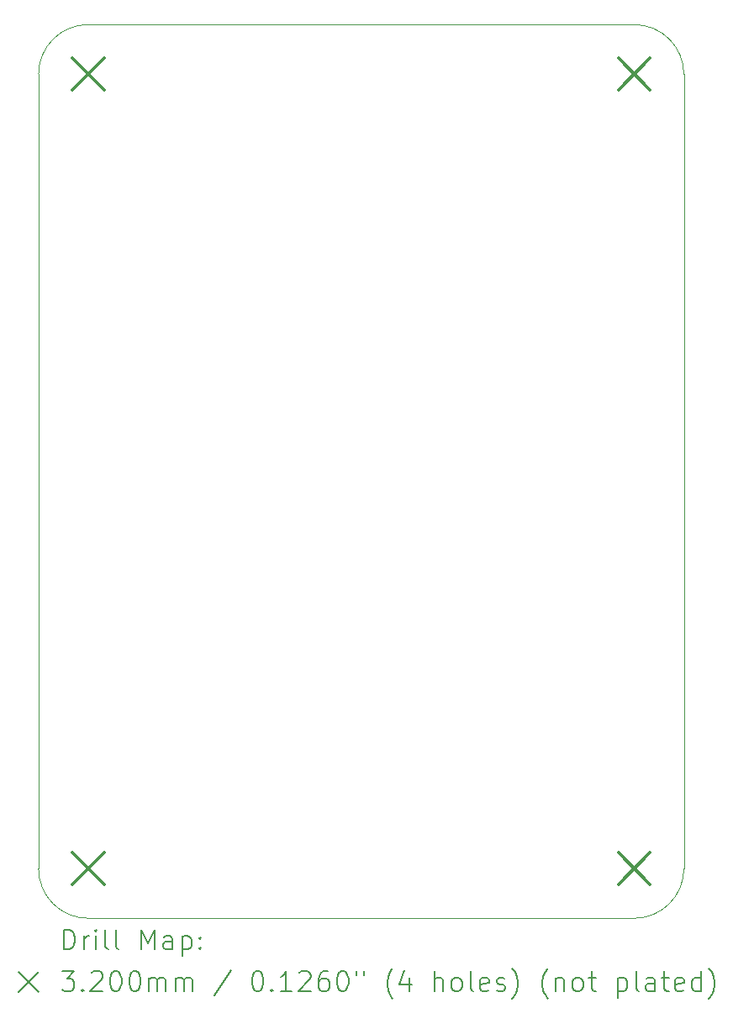
<source format=gbr>
%FSLAX45Y45*%
G04 Gerber Fmt 4.5, Leading zero omitted, Abs format (unit mm)*
G04 Created by KiCad (PCBNEW (6.0.0)) date 2022-03-06 17:11:17*
%MOMM*%
%LPD*%
G01*
G04 APERTURE LIST*
%TA.AperFunction,Profile*%
%ADD10C,0.050000*%
%TD*%
%ADD11C,0.200000*%
%ADD12C,0.320000*%
G04 APERTURE END LIST*
D10*
X14795200Y-12544800D02*
X9295200Y-12544800D01*
X9295200Y-3544800D02*
G75*
G03*
X8795200Y-4044800I0J-500000D01*
G01*
X15295200Y-4044800D02*
X15295200Y-12044800D01*
X15295200Y-4044800D02*
G75*
G03*
X14795200Y-3544800I-500000J0D01*
G01*
X14795200Y-12544800D02*
G75*
G03*
X15295200Y-12044800I0J500000D01*
G01*
X8795200Y-4044800D02*
X8795200Y-12044800D01*
X8795200Y-12044800D02*
G75*
G03*
X9295200Y-12544800I500000J0D01*
G01*
X9295200Y-3544800D02*
X14795200Y-3544800D01*
D11*
D12*
X9135200Y-3884800D02*
X9455200Y-4204800D01*
X9455200Y-3884800D02*
X9135200Y-4204800D01*
X9135200Y-11884800D02*
X9455200Y-12204800D01*
X9455200Y-11884800D02*
X9135200Y-12204800D01*
X14635200Y-3884800D02*
X14955200Y-4204800D01*
X14955200Y-3884800D02*
X14635200Y-4204800D01*
X14635200Y-11884800D02*
X14955200Y-12204800D01*
X14955200Y-11884800D02*
X14635200Y-12204800D01*
D11*
X9050319Y-12857776D02*
X9050319Y-12657776D01*
X9097938Y-12657776D01*
X9126510Y-12667300D01*
X9145557Y-12686348D01*
X9155081Y-12705395D01*
X9164605Y-12743490D01*
X9164605Y-12772062D01*
X9155081Y-12810157D01*
X9145557Y-12829205D01*
X9126510Y-12848252D01*
X9097938Y-12857776D01*
X9050319Y-12857776D01*
X9250319Y-12857776D02*
X9250319Y-12724443D01*
X9250319Y-12762538D02*
X9259843Y-12743490D01*
X9269367Y-12733967D01*
X9288414Y-12724443D01*
X9307462Y-12724443D01*
X9374129Y-12857776D02*
X9374129Y-12724443D01*
X9374129Y-12657776D02*
X9364605Y-12667300D01*
X9374129Y-12676824D01*
X9383652Y-12667300D01*
X9374129Y-12657776D01*
X9374129Y-12676824D01*
X9497938Y-12857776D02*
X9478890Y-12848252D01*
X9469367Y-12829205D01*
X9469367Y-12657776D01*
X9602700Y-12857776D02*
X9583652Y-12848252D01*
X9574129Y-12829205D01*
X9574129Y-12657776D01*
X9831271Y-12857776D02*
X9831271Y-12657776D01*
X9897938Y-12800633D01*
X9964605Y-12657776D01*
X9964605Y-12857776D01*
X10145557Y-12857776D02*
X10145557Y-12753014D01*
X10136033Y-12733967D01*
X10116986Y-12724443D01*
X10078890Y-12724443D01*
X10059843Y-12733967D01*
X10145557Y-12848252D02*
X10126510Y-12857776D01*
X10078890Y-12857776D01*
X10059843Y-12848252D01*
X10050319Y-12829205D01*
X10050319Y-12810157D01*
X10059843Y-12791109D01*
X10078890Y-12781586D01*
X10126510Y-12781586D01*
X10145557Y-12772062D01*
X10240795Y-12724443D02*
X10240795Y-12924443D01*
X10240795Y-12733967D02*
X10259843Y-12724443D01*
X10297938Y-12724443D01*
X10316986Y-12733967D01*
X10326510Y-12743490D01*
X10336033Y-12762538D01*
X10336033Y-12819681D01*
X10326510Y-12838728D01*
X10316986Y-12848252D01*
X10297938Y-12857776D01*
X10259843Y-12857776D01*
X10240795Y-12848252D01*
X10421748Y-12838728D02*
X10431271Y-12848252D01*
X10421748Y-12857776D01*
X10412224Y-12848252D01*
X10421748Y-12838728D01*
X10421748Y-12857776D01*
X10421748Y-12733967D02*
X10431271Y-12743490D01*
X10421748Y-12753014D01*
X10412224Y-12743490D01*
X10421748Y-12733967D01*
X10421748Y-12753014D01*
X8592700Y-13087300D02*
X8792700Y-13287300D01*
X8792700Y-13087300D02*
X8592700Y-13287300D01*
X9031271Y-13077776D02*
X9155081Y-13077776D01*
X9088414Y-13153967D01*
X9116986Y-13153967D01*
X9136033Y-13163490D01*
X9145557Y-13173014D01*
X9155081Y-13192062D01*
X9155081Y-13239681D01*
X9145557Y-13258728D01*
X9136033Y-13268252D01*
X9116986Y-13277776D01*
X9059843Y-13277776D01*
X9040795Y-13268252D01*
X9031271Y-13258728D01*
X9240795Y-13258728D02*
X9250319Y-13268252D01*
X9240795Y-13277776D01*
X9231271Y-13268252D01*
X9240795Y-13258728D01*
X9240795Y-13277776D01*
X9326510Y-13096824D02*
X9336033Y-13087300D01*
X9355081Y-13077776D01*
X9402700Y-13077776D01*
X9421748Y-13087300D01*
X9431271Y-13096824D01*
X9440795Y-13115871D01*
X9440795Y-13134919D01*
X9431271Y-13163490D01*
X9316986Y-13277776D01*
X9440795Y-13277776D01*
X9564605Y-13077776D02*
X9583652Y-13077776D01*
X9602700Y-13087300D01*
X9612224Y-13096824D01*
X9621748Y-13115871D01*
X9631271Y-13153967D01*
X9631271Y-13201586D01*
X9621748Y-13239681D01*
X9612224Y-13258728D01*
X9602700Y-13268252D01*
X9583652Y-13277776D01*
X9564605Y-13277776D01*
X9545557Y-13268252D01*
X9536033Y-13258728D01*
X9526510Y-13239681D01*
X9516986Y-13201586D01*
X9516986Y-13153967D01*
X9526510Y-13115871D01*
X9536033Y-13096824D01*
X9545557Y-13087300D01*
X9564605Y-13077776D01*
X9755081Y-13077776D02*
X9774129Y-13077776D01*
X9793176Y-13087300D01*
X9802700Y-13096824D01*
X9812224Y-13115871D01*
X9821748Y-13153967D01*
X9821748Y-13201586D01*
X9812224Y-13239681D01*
X9802700Y-13258728D01*
X9793176Y-13268252D01*
X9774129Y-13277776D01*
X9755081Y-13277776D01*
X9736033Y-13268252D01*
X9726510Y-13258728D01*
X9716986Y-13239681D01*
X9707462Y-13201586D01*
X9707462Y-13153967D01*
X9716986Y-13115871D01*
X9726510Y-13096824D01*
X9736033Y-13087300D01*
X9755081Y-13077776D01*
X9907462Y-13277776D02*
X9907462Y-13144443D01*
X9907462Y-13163490D02*
X9916986Y-13153967D01*
X9936033Y-13144443D01*
X9964605Y-13144443D01*
X9983652Y-13153967D01*
X9993176Y-13173014D01*
X9993176Y-13277776D01*
X9993176Y-13173014D02*
X10002700Y-13153967D01*
X10021748Y-13144443D01*
X10050319Y-13144443D01*
X10069367Y-13153967D01*
X10078890Y-13173014D01*
X10078890Y-13277776D01*
X10174129Y-13277776D02*
X10174129Y-13144443D01*
X10174129Y-13163490D02*
X10183652Y-13153967D01*
X10202700Y-13144443D01*
X10231271Y-13144443D01*
X10250319Y-13153967D01*
X10259843Y-13173014D01*
X10259843Y-13277776D01*
X10259843Y-13173014D02*
X10269367Y-13153967D01*
X10288414Y-13144443D01*
X10316986Y-13144443D01*
X10336033Y-13153967D01*
X10345557Y-13173014D01*
X10345557Y-13277776D01*
X10736033Y-13068252D02*
X10564605Y-13325395D01*
X10993176Y-13077776D02*
X11012224Y-13077776D01*
X11031271Y-13087300D01*
X11040795Y-13096824D01*
X11050319Y-13115871D01*
X11059843Y-13153967D01*
X11059843Y-13201586D01*
X11050319Y-13239681D01*
X11040795Y-13258728D01*
X11031271Y-13268252D01*
X11012224Y-13277776D01*
X10993176Y-13277776D01*
X10974129Y-13268252D01*
X10964605Y-13258728D01*
X10955081Y-13239681D01*
X10945557Y-13201586D01*
X10945557Y-13153967D01*
X10955081Y-13115871D01*
X10964605Y-13096824D01*
X10974129Y-13087300D01*
X10993176Y-13077776D01*
X11145557Y-13258728D02*
X11155081Y-13268252D01*
X11145557Y-13277776D01*
X11136033Y-13268252D01*
X11145557Y-13258728D01*
X11145557Y-13277776D01*
X11345557Y-13277776D02*
X11231271Y-13277776D01*
X11288414Y-13277776D02*
X11288414Y-13077776D01*
X11269367Y-13106348D01*
X11250319Y-13125395D01*
X11231271Y-13134919D01*
X11421748Y-13096824D02*
X11431271Y-13087300D01*
X11450319Y-13077776D01*
X11497938Y-13077776D01*
X11516986Y-13087300D01*
X11526509Y-13096824D01*
X11536033Y-13115871D01*
X11536033Y-13134919D01*
X11526509Y-13163490D01*
X11412224Y-13277776D01*
X11536033Y-13277776D01*
X11707462Y-13077776D02*
X11669367Y-13077776D01*
X11650319Y-13087300D01*
X11640795Y-13096824D01*
X11621748Y-13125395D01*
X11612224Y-13163490D01*
X11612224Y-13239681D01*
X11621748Y-13258728D01*
X11631271Y-13268252D01*
X11650319Y-13277776D01*
X11688414Y-13277776D01*
X11707462Y-13268252D01*
X11716986Y-13258728D01*
X11726509Y-13239681D01*
X11726509Y-13192062D01*
X11716986Y-13173014D01*
X11707462Y-13163490D01*
X11688414Y-13153967D01*
X11650319Y-13153967D01*
X11631271Y-13163490D01*
X11621748Y-13173014D01*
X11612224Y-13192062D01*
X11850319Y-13077776D02*
X11869367Y-13077776D01*
X11888414Y-13087300D01*
X11897938Y-13096824D01*
X11907462Y-13115871D01*
X11916986Y-13153967D01*
X11916986Y-13201586D01*
X11907462Y-13239681D01*
X11897938Y-13258728D01*
X11888414Y-13268252D01*
X11869367Y-13277776D01*
X11850319Y-13277776D01*
X11831271Y-13268252D01*
X11821748Y-13258728D01*
X11812224Y-13239681D01*
X11802700Y-13201586D01*
X11802700Y-13153967D01*
X11812224Y-13115871D01*
X11821748Y-13096824D01*
X11831271Y-13087300D01*
X11850319Y-13077776D01*
X11993176Y-13077776D02*
X11993176Y-13115871D01*
X12069367Y-13077776D02*
X12069367Y-13115871D01*
X12364605Y-13353967D02*
X12355081Y-13344443D01*
X12336033Y-13315871D01*
X12326509Y-13296824D01*
X12316986Y-13268252D01*
X12307462Y-13220633D01*
X12307462Y-13182538D01*
X12316986Y-13134919D01*
X12326509Y-13106348D01*
X12336033Y-13087300D01*
X12355081Y-13058728D01*
X12364605Y-13049205D01*
X12526509Y-13144443D02*
X12526509Y-13277776D01*
X12478890Y-13068252D02*
X12431271Y-13211109D01*
X12555081Y-13211109D01*
X12783652Y-13277776D02*
X12783652Y-13077776D01*
X12869367Y-13277776D02*
X12869367Y-13173014D01*
X12859843Y-13153967D01*
X12840795Y-13144443D01*
X12812224Y-13144443D01*
X12793176Y-13153967D01*
X12783652Y-13163490D01*
X12993176Y-13277776D02*
X12974128Y-13268252D01*
X12964605Y-13258728D01*
X12955081Y-13239681D01*
X12955081Y-13182538D01*
X12964605Y-13163490D01*
X12974128Y-13153967D01*
X12993176Y-13144443D01*
X13021748Y-13144443D01*
X13040795Y-13153967D01*
X13050319Y-13163490D01*
X13059843Y-13182538D01*
X13059843Y-13239681D01*
X13050319Y-13258728D01*
X13040795Y-13268252D01*
X13021748Y-13277776D01*
X12993176Y-13277776D01*
X13174128Y-13277776D02*
X13155081Y-13268252D01*
X13145557Y-13249205D01*
X13145557Y-13077776D01*
X13326509Y-13268252D02*
X13307462Y-13277776D01*
X13269367Y-13277776D01*
X13250319Y-13268252D01*
X13240795Y-13249205D01*
X13240795Y-13173014D01*
X13250319Y-13153967D01*
X13269367Y-13144443D01*
X13307462Y-13144443D01*
X13326509Y-13153967D01*
X13336033Y-13173014D01*
X13336033Y-13192062D01*
X13240795Y-13211109D01*
X13412224Y-13268252D02*
X13431271Y-13277776D01*
X13469367Y-13277776D01*
X13488414Y-13268252D01*
X13497938Y-13249205D01*
X13497938Y-13239681D01*
X13488414Y-13220633D01*
X13469367Y-13211109D01*
X13440795Y-13211109D01*
X13421748Y-13201586D01*
X13412224Y-13182538D01*
X13412224Y-13173014D01*
X13421748Y-13153967D01*
X13440795Y-13144443D01*
X13469367Y-13144443D01*
X13488414Y-13153967D01*
X13564605Y-13353967D02*
X13574128Y-13344443D01*
X13593176Y-13315871D01*
X13602700Y-13296824D01*
X13612224Y-13268252D01*
X13621748Y-13220633D01*
X13621748Y-13182538D01*
X13612224Y-13134919D01*
X13602700Y-13106348D01*
X13593176Y-13087300D01*
X13574128Y-13058728D01*
X13564605Y-13049205D01*
X13926509Y-13353967D02*
X13916986Y-13344443D01*
X13897938Y-13315871D01*
X13888414Y-13296824D01*
X13878890Y-13268252D01*
X13869367Y-13220633D01*
X13869367Y-13182538D01*
X13878890Y-13134919D01*
X13888414Y-13106348D01*
X13897938Y-13087300D01*
X13916986Y-13058728D01*
X13926509Y-13049205D01*
X14002700Y-13144443D02*
X14002700Y-13277776D01*
X14002700Y-13163490D02*
X14012224Y-13153967D01*
X14031271Y-13144443D01*
X14059843Y-13144443D01*
X14078890Y-13153967D01*
X14088414Y-13173014D01*
X14088414Y-13277776D01*
X14212224Y-13277776D02*
X14193176Y-13268252D01*
X14183652Y-13258728D01*
X14174128Y-13239681D01*
X14174128Y-13182538D01*
X14183652Y-13163490D01*
X14193176Y-13153967D01*
X14212224Y-13144443D01*
X14240795Y-13144443D01*
X14259843Y-13153967D01*
X14269367Y-13163490D01*
X14278890Y-13182538D01*
X14278890Y-13239681D01*
X14269367Y-13258728D01*
X14259843Y-13268252D01*
X14240795Y-13277776D01*
X14212224Y-13277776D01*
X14336033Y-13144443D02*
X14412224Y-13144443D01*
X14364605Y-13077776D02*
X14364605Y-13249205D01*
X14374128Y-13268252D01*
X14393176Y-13277776D01*
X14412224Y-13277776D01*
X14631271Y-13144443D02*
X14631271Y-13344443D01*
X14631271Y-13153967D02*
X14650319Y-13144443D01*
X14688414Y-13144443D01*
X14707462Y-13153967D01*
X14716986Y-13163490D01*
X14726509Y-13182538D01*
X14726509Y-13239681D01*
X14716986Y-13258728D01*
X14707462Y-13268252D01*
X14688414Y-13277776D01*
X14650319Y-13277776D01*
X14631271Y-13268252D01*
X14840795Y-13277776D02*
X14821748Y-13268252D01*
X14812224Y-13249205D01*
X14812224Y-13077776D01*
X15002700Y-13277776D02*
X15002700Y-13173014D01*
X14993176Y-13153967D01*
X14974128Y-13144443D01*
X14936033Y-13144443D01*
X14916986Y-13153967D01*
X15002700Y-13268252D02*
X14983652Y-13277776D01*
X14936033Y-13277776D01*
X14916986Y-13268252D01*
X14907462Y-13249205D01*
X14907462Y-13230157D01*
X14916986Y-13211109D01*
X14936033Y-13201586D01*
X14983652Y-13201586D01*
X15002700Y-13192062D01*
X15069367Y-13144443D02*
X15145557Y-13144443D01*
X15097938Y-13077776D02*
X15097938Y-13249205D01*
X15107462Y-13268252D01*
X15126509Y-13277776D01*
X15145557Y-13277776D01*
X15288414Y-13268252D02*
X15269367Y-13277776D01*
X15231271Y-13277776D01*
X15212224Y-13268252D01*
X15202700Y-13249205D01*
X15202700Y-13173014D01*
X15212224Y-13153967D01*
X15231271Y-13144443D01*
X15269367Y-13144443D01*
X15288414Y-13153967D01*
X15297938Y-13173014D01*
X15297938Y-13192062D01*
X15202700Y-13211109D01*
X15469367Y-13277776D02*
X15469367Y-13077776D01*
X15469367Y-13268252D02*
X15450319Y-13277776D01*
X15412224Y-13277776D01*
X15393176Y-13268252D01*
X15383652Y-13258728D01*
X15374128Y-13239681D01*
X15374128Y-13182538D01*
X15383652Y-13163490D01*
X15393176Y-13153967D01*
X15412224Y-13144443D01*
X15450319Y-13144443D01*
X15469367Y-13153967D01*
X15545557Y-13353967D02*
X15555081Y-13344443D01*
X15574128Y-13315871D01*
X15583652Y-13296824D01*
X15593176Y-13268252D01*
X15602700Y-13220633D01*
X15602700Y-13182538D01*
X15593176Y-13134919D01*
X15583652Y-13106348D01*
X15574128Y-13087300D01*
X15555081Y-13058728D01*
X15545557Y-13049205D01*
M02*

</source>
